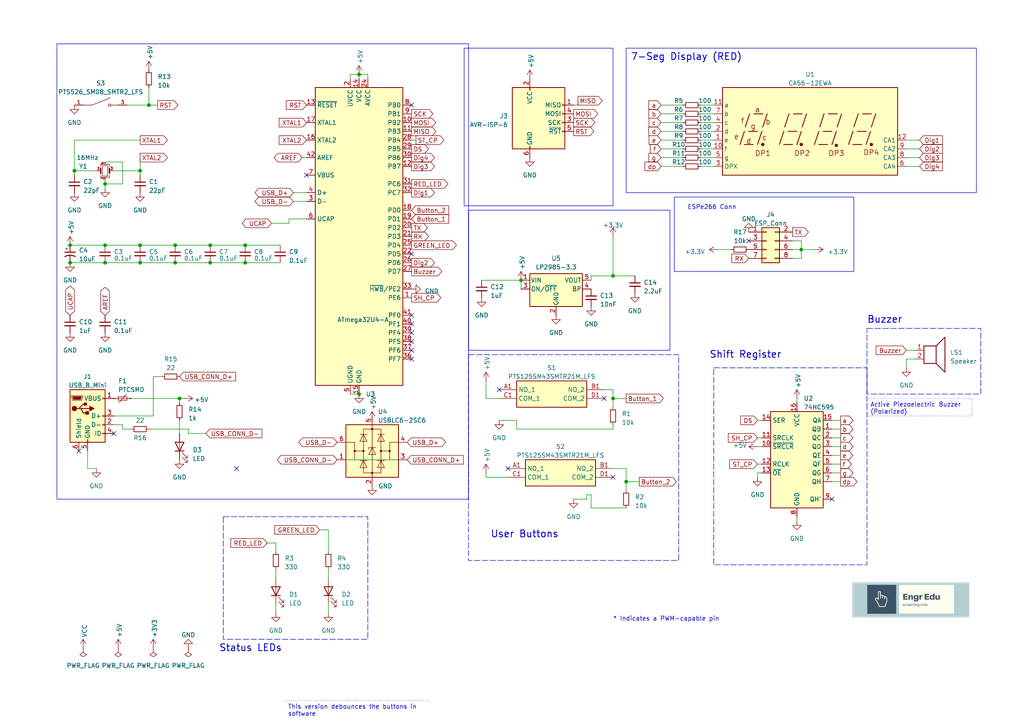
<source format=kicad_sch>
(kicad_sch (version 20230121) (generator eeschema)
  (paper "A4")
  (title_block (title "Arduino Uno Shield") (date "2023-03-22") (rev "1.0"))
  (junction (at 71.12 71.12))
  (junction (at 50.8 76.2))
  (junction (at 21.59 49.53))
  (junction (at 30.48 76.2))
  (junction (at 60.96 71.12))
  (junction (at 30.48 71.12))
  (junction (at 232.41 72.39))
  (junction (at 50.8 71.12))
  (junction (at 60.96 76.2))
  (junction (at 181.61 139.7))
  (junction (at 104.14 114.3))
  (junction (at 40.64 49.53))
  (junction (at 40.64 76.2))
  (junction (at 40.64 71.12))
  (junction (at 71.12 76.2))
  (junction (at 20.32 76.2))
  (junction (at 104.14 21.59))
  (junction (at 151.13 81.28))
  (junction (at 43.18 30.48))
  (junction (at 30.48 53.34))
  (junction (at 20.32 71.12))
  (junction (at 52.07 115.57))
  (junction (at 177.8 80.01))
  (junction (at 177.8 115.57))
  (no_connect (at 119.38 93.98))
  (no_connect (at 175.26 115.57))
  (no_connect (at 241.3 144.78))
  (no_connect (at 119.38 96.52))
  (no_connect (at 144.78 113.03))
  (no_connect (at 217.17 69.85))
  (no_connect (at 22.86 130.81))
  (no_connect (at 119.38 91.44))
  (no_connect (at 119.38 73.66))
  (no_connect (at 88.9 50.8))
  (no_connect (at 147.32 135.89))
  (no_connect (at 119.38 101.6))
  (no_connect (at 119.38 99.06))
  (no_connect (at 68.58 135.89))
  (no_connect (at 119.38 104.14))
  (no_connect (at 177.8 138.43))
  (no_connect (at 33.02 125.73))
  (no_connect (at 119.38 30.48))
  (wire (pts (xy 171.45 80.01) (xy 171.45 81.28)))
  (wire (pts (xy 44.45 120.65) (xy 44.45 109.22)))
  (wire (pts (xy 177.8 68.58) (xy 177.8 80.01)))
  (wire (pts (xy 231.14 149.86) (xy 231.14 151.13)))
  (wire (pts (xy 175.26 113.03) (xy 177.8 113.03)))
  (wire (pts (xy 181.61 139.7) (xy 181.61 142.24)))
  (wire (pts (xy 203.2 35.56) (xy 207.01 35.56)))
  (wire (pts (xy 181.61 135.89) (xy 181.61 139.7)))
  (wire (pts (xy 35.56 123.19) (xy 35.56 124.46)))
  (wire (pts (xy 20.32 76.2) (xy 30.48 76.2)))
  (wire (pts (xy 21.59 40.64) (xy 40.64 40.64)))
  (wire (pts (xy 30.48 53.34) (xy 30.48 52.07)))
  (wire (pts (xy 262.89 104.14) (xy 262.89 106.68)))
  (wire (pts (xy 71.12 76.2) (xy 81.28 76.2)))
  (wire (pts (xy 241.3 121.92) (xy 243.84 121.92)))
  (wire (pts (xy 232.41 72.39) (xy 232.41 74.93)))
  (wire (pts (xy 50.8 71.12) (xy 60.96 71.12)))
  (wire (pts (xy 181.61 139.7) (xy 185.42 139.7)))
  (wire (pts (xy 104.14 21.59) (xy 104.14 22.86)))
  (wire (pts (xy 144.78 115.57) (xy 140.97 115.57)))
  (wire (pts (xy 177.8 115.57) (xy 177.8 118.11)))
  (wire (pts (xy 80.01 165.1) (xy 80.01 167.64)))
  (wire (pts (xy 27.94 135.89) (xy 25.4 135.89)))
  (wire (pts (xy 151.13 83.82) (xy 151.13 81.28)))
  (wire (pts (xy 38.1 115.57) (xy 52.07 115.57)))
  (wire (pts (xy 106.68 22.86) (xy 106.68 21.59)))
  (wire (pts (xy 60.96 71.12) (xy 71.12 71.12)))
  (wire (pts (xy 219.71 127) (xy 220.98 127)))
  (wire (pts (xy 118.11 133.35) (xy 97.79 133.35)))
  (wire (pts (xy 177.8 113.03) (xy 177.8 115.57)))
  (wire (pts (xy 177.8 80.01) (xy 171.45 80.01)))
  (wire (pts (xy 85.09 58.42) (xy 88.9 58.42)))
  (wire (pts (xy 52.07 116.84) (xy 52.07 115.57)))
  (wire (pts (xy 107.95 120.65) (xy 107.95 121.92)))
  (wire (pts (xy 83.82 64.77) (xy 83.82 63.5)))
  (wire (pts (xy 21.59 49.53) (xy 21.59 50.8)))
  (wire (pts (xy 191.77 35.56) (xy 198.12 35.56)))
  (wire (pts (xy 262.89 101.6) (xy 265.43 101.6)))
  (wire (pts (xy 171.45 143.51) (xy 170.18 143.51)))
  (wire (pts (xy 262.89 43.18) (xy 266.7 43.18)))
  (wire (pts (xy 21.59 49.53) (xy 21.59 40.64)))
  (wire (pts (xy 95.25 153.67) (xy 95.25 160.02)))
  (wire (pts (xy 191.77 33.02) (xy 198.12 33.02)))
  (wire (pts (xy 36.83 30.48) (xy 43.18 30.48)))
  (wire (pts (xy 101.6 114.3) (xy 104.14 114.3)))
  (wire (pts (xy 27.94 49.53) (xy 21.59 49.53)))
  (wire (pts (xy 220.98 137.16) (xy 219.71 137.16)))
  (wire (pts (xy 170.18 144.78) (xy 166.37 144.78)))
  (wire (pts (xy 184.15 80.01) (xy 177.8 80.01)))
  (wire (pts (xy 120.65 40.64) (xy 119.38 40.64)))
  (wire (pts (xy 170.18 143.51) (xy 170.18 144.78)))
  (wire (pts (xy 95.25 165.1) (xy 95.25 167.64)))
  (wire (pts (xy 191.77 40.64) (xy 198.12 40.64)))
  (wire (pts (xy 231.14 115.57) (xy 231.14 116.84)))
  (wire (pts (xy 43.18 124.46) (xy 54.61 124.46)))
  (wire (pts (xy 92.71 153.67) (xy 95.25 153.67)))
  (wire (pts (xy 35.56 46.99) (xy 35.56 53.34)))
  (wire (pts (xy 30.48 46.99) (xy 35.56 46.99)))
  (wire (pts (xy 33.02 120.65) (xy 44.45 120.65)))
  (wire (pts (xy 25.4 135.89) (xy 25.4 130.81)))
  (wire (pts (xy 191.77 43.18) (xy 198.12 43.18)))
  (wire (pts (xy 219.71 121.92) (xy 220.98 121.92)))
  (wire (pts (xy 203.2 30.48) (xy 207.01 30.48)))
  (wire (pts (xy 54.61 124.46) (xy 54.61 125.73)))
  (wire (pts (xy 177.8 115.57) (xy 181.61 115.57)))
  (wire (pts (xy 229.87 72.39) (xy 232.41 72.39)))
  (wire (pts (xy 60.96 76.2) (xy 71.12 76.2)))
  (wire (pts (xy 54.61 125.73) (xy 59.69 125.73)))
  (wire (pts (xy 95.25 175.26) (xy 95.25 177.8)))
  (wire (pts (xy 241.3 134.62) (xy 243.84 134.62)))
  (wire (pts (xy 262.89 45.72) (xy 266.7 45.72)))
  (wire (pts (xy 219.71 129.54) (xy 220.98 129.54)))
  (wire (pts (xy 203.2 38.1) (xy 207.01 38.1)))
  (wire (pts (xy 83.82 63.5) (xy 88.9 63.5)))
  (wire (pts (xy 139.7 81.28) (xy 151.13 81.28)))
  (wire (pts (xy 101.6 21.59) (xy 104.14 21.59)))
  (wire (pts (xy 191.77 48.26) (xy 198.12 48.26)))
  (wire (pts (xy 265.43 104.14) (xy 262.89 104.14)))
  (wire (pts (xy 43.18 30.48) (xy 45.72 30.48)))
  (wire (pts (xy 44.45 109.22) (xy 46.99 109.22)))
  (wire (pts (xy 149.86 121.92) (xy 144.78 121.92)))
  (wire (pts (xy 33.02 123.19) (xy 35.56 123.19)))
  (wire (pts (xy 167.64 30.48) (xy 166.37 30.48)))
  (wire (pts (xy 208.28 72.39) (xy 212.09 72.39)))
  (wire (pts (xy 236.22 72.39) (xy 232.41 72.39)))
  (wire (pts (xy 167.64 30.48) (xy 167.64 29.21)))
  (wire (pts (xy 43.18 25.4) (xy 43.18 30.48)))
  (wire (pts (xy 219.71 137.16) (xy 219.71 138.43)))
  (wire (pts (xy 203.2 45.72) (xy 207.01 45.72)))
  (wire (pts (xy 177.8 124.46) (xy 177.8 123.19)))
  (wire (pts (xy 241.3 127) (xy 243.84 127)))
  (wire (pts (xy 203.2 33.02) (xy 207.01 33.02)))
  (wire (pts (xy 191.77 38.1) (xy 198.12 38.1)))
  (wire (pts (xy 232.41 69.85) (xy 232.41 72.39)))
  (wire (pts (xy 203.2 43.18) (xy 207.01 43.18)))
  (wire (pts (xy 177.8 135.89) (xy 181.61 135.89)))
  (wire (pts (xy 40.64 71.12) (xy 50.8 71.12)))
  (wire (pts (xy 149.86 124.46) (xy 149.86 121.92)))
  (wire (pts (xy 40.64 76.2) (xy 50.8 76.2)))
  (wire (pts (xy 241.3 129.54) (xy 243.84 129.54)))
  (wire (pts (xy 171.45 147.32) (xy 181.61 147.32)))
  (wire (pts (xy 78.74 64.77) (xy 83.82 64.77)))
  (wire (pts (xy 262.89 48.26) (xy 266.7 48.26)))
  (wire (pts (xy 241.3 132.08) (xy 243.84 132.08)))
  (wire (pts (xy 40.64 49.53) (xy 40.64 50.8)))
  (wire (pts (xy 140.97 115.57) (xy 140.97 110.49)))
  (wire (pts (xy 106.68 21.59) (xy 104.14 21.59)))
  (wire (pts (xy 241.3 124.46) (xy 243.84 124.46)))
  (wire (pts (xy 50.8 76.2) (xy 60.96 76.2)))
  (wire (pts (xy 232.41 74.93) (xy 229.87 74.93)))
  (wire (pts (xy 229.87 69.85) (xy 232.41 69.85)))
  (wire (pts (xy 171.45 147.32) (xy 171.45 143.51)))
  (wire (pts (xy 40.64 45.72) (xy 40.64 49.53)))
  (wire (pts (xy 191.77 30.48) (xy 198.12 30.48)))
  (wire (pts (xy 191.77 45.72) (xy 198.12 45.72)))
  (wire (pts (xy 53.34 115.57) (xy 52.07 115.57)))
  (wire (pts (xy 30.48 53.34) (xy 30.48 54.61)))
  (wire (pts (xy 80.01 157.48) (xy 80.01 160.02)))
  (wire (pts (xy 80.01 175.26) (xy 80.01 177.8)))
  (wire (pts (xy 71.12 71.12) (xy 81.28 71.12)))
  (wire (pts (xy 35.56 124.46) (xy 38.1 124.46)))
  (wire (pts (xy 140.97 138.43) (xy 140.97 137.16)))
  (wire (pts (xy 35.56 53.34) (xy 30.48 53.34)))
  (wire (pts (xy 149.86 124.46) (xy 177.8 124.46)))
  (wire (pts (xy 52.07 121.92) (xy 52.07 125.73)))
  (wire (pts (xy 30.48 71.12) (xy 40.64 71.12)))
  (wire (pts (xy 33.02 49.53) (xy 40.64 49.53)))
  (wire (pts (xy 101.6 22.86) (xy 101.6 21.59)))
  (wire (pts (xy 203.2 40.64) (xy 207.01 40.64)))
  (wire (pts (xy 241.3 139.7) (xy 243.84 139.7)))
  (wire (pts (xy 85.09 55.88) (xy 88.9 55.88)))
  (wire (pts (xy 20.32 71.12) (xy 30.48 71.12)))
  (wire (pts (xy 30.48 76.2) (xy 40.64 76.2)))
  (wire (pts (xy 262.89 40.64) (xy 266.7 40.64)))
  (wire (pts (xy 147.32 138.43) (xy 140.97 138.43)))
  (wire (pts (xy 219.71 134.62) (xy 220.98 134.62)))
  (wire (pts (xy 87.63 45.72) (xy 88.9 45.72)))
  (wire (pts (xy 77.47 157.48) (xy 80.01 157.48)))
  (wire (pts (xy 241.3 137.16) (xy 243.84 137.16)))
  (wire (pts (xy 203.2 48.26) (xy 207.01 48.26)))
  (rectangle (start 135.89 60.96) (end 194.31 101.6))
  (rectangle (start 195.58 57.15) (end 247.65 78.74))
  (rectangle (start 283.21 55.88) (end 181.61 13.97))
  (rectangle (start 64.77 149.86) (end 106.68 185.42) (stroke (width 0) (type dash)))
  (rectangle (start 15.24 17.78) (end 15.24 17.78))
  (rectangle (start 251.46 95.25) (end 284.48 114.3) (stroke (width 0) (type dash)))
  (rectangle (start 135.89 102.87) (end 196.85 162.56) (stroke (width 0) (type dash)))
  (rectangle (start 134.62 13.97) (end 177.8 59.69))
  (rectangle (start 207.01 106.68) (end 251.46 163.83) (stroke (width 0) (type dash)))
  (rectangle (start 16.51 12.7) (end 135.89 144.78))
  (image (at 264.16 173.99) (scale 0.800628))
  (text_box "Active Piezoelectric Buzzer (Polarized)" (at 251.46 115.57 0) (size 30.48 5.08) (stroke (width 0) (type dot)) (effects (font (size 1.27 1.27)) (justify left top)))
  (text_box "This version debounces the buttons in software" (at 82.55 203.2 0) (size 41.91 0) (stroke (width 0) (type dot)) (effects (font (size 1.27 1.27)) (justify left top)))
  (text "Shift Register" (at 205.74 104.14 0) (effects (font (size 2 2) (thickness 0.254) bold) (justify left bottom)))
  (text "ESPe266 Conn" (at 199.39 60.96 0) (effects (font (size 1.27 1.27)) (justify left bottom)))
  (text "Status LEDs" (at 63.5 189.23 0) (effects (font (size 2 2) (thickness 0.254) bold) (justify left bottom)))
  (text "User Buttons" (at 142.24 156.21 0) (effects (font (size 2 2) (thickness 0.254) bold) (justify left bottom)))
  (text "Buzzer" (at 251.46 93.98 0) (effects (font (size 2 2) (thickness 0.254) bold) (justify left bottom)))
  (text "* Indicates a PWM-capable pin" (at 177.8 180.34 0) (effects (font (size 1.27 1.27)) (justify left bottom)))
  (text "7-Seg Display (RED)" (at 182.88 17.78 0) (effects (font (size 2 2) (thickness 0.254) bold) (justify left bottom)))
  (global_label "TX" (shape output) (at 119.38 66.04 0) (property "Intersheetrefs" "${INTERSHEET_REFS}" (effects hide)))
  (global_label "MISO" (shape output) (at 167.64 29.21 0) (property "Intersheetrefs" "${INTERSHEET_REFS}" (effects hide)))
  (global_label "e" (shape output) (at 243.84 132.08 0) (property "Intersheetrefs" "${INTERSHEET_REFS}" (effects hide)))
  (global_label "Button_1" (shape output) (at 181.61 115.57 0) (property "Intersheetrefs" "${INTERSHEET_REFS}" (effects hide)))
  (global_label "RST" (shape output) (at 45.72 30.48 0) (property "Intersheetrefs" "${INTERSHEET_REFS}" (effects hide)))
  (global_label "Button_1" (shape input) (at 119.38 63.5 0) (property "Intersheetrefs" "${INTERSHEET_REFS}" (effects hide)))
  (global_label "USB_CONN_D-" (shape input) (at 59.69 125.73 0) (property "Intersheetrefs" "${INTERSHEET_REFS}" (effects hide)))
  (global_label "SCK" (shape output) (at 166.37 35.56 0) (property "Intersheetrefs" "${INTERSHEET_REFS}" (effects hide)))
  (global_label "XTAL2" (shape input) (at 88.9 40.64 180) (property "Intersheetrefs" "${INTERSHEET_REFS}" (effects hide)))
  (global_label "g" (shape output) (at 243.84 137.16 0) (property "Intersheetrefs" "${INTERSHEET_REFS}" (effects hide)))
  (global_label "dp" (shape output) (at 243.84 139.7 0) (property "Intersheetrefs" "${INTERSHEET_REFS}" (effects hide)))
  (global_label "TX" (shape output) (at 229.87 67.31 0) (property "Intersheetrefs" "${INTERSHEET_REFS}" (effects hide)))
  (global_label "RST" (shape output) (at 166.37 38.1 0) (property "Intersheetrefs" "${INTERSHEET_REFS}" (effects hide)))
  (global_label "SCK" (shape output) (at 119.38 33.02 0) (property "Intersheetrefs" "${INTERSHEET_REFS}" (effects hide)))
  (global_label "USB_D+" (shape bidirectional) (at 118.11 128.27 0) (property "Intersheetrefs" "${INTERSHEET_REFS}" (effects hide)))
  (global_label "ST_CP" (shape output) (at 120.65 40.64 0) (property "Intersheetrefs" "${INTERSHEET_REFS}" (effects hide)))
  (global_label "b" (shape input) (at 191.77 33.02 180) (property "Intersheetrefs" "${INTERSHEET_REFS}" (effects hide)))
  (global_label "USB_D-" (shape bidirectional) (at 97.79 128.27 180) (property "Intersheetrefs" "${INTERSHEET_REFS}" (effects hide)))
  (global_label "f" (shape output) (at 243.84 134.62 0) (property "Intersheetrefs" "${INTERSHEET_REFS}" (effects hide)))
  (global_label "ST_CP" (shape input) (at 219.71 134.62 180) (property "Intersheetrefs" "${INTERSHEET_REFS}" (effects hide)))
  (global_label "d" (shape input) (at 191.77 38.1 180) (property "Intersheetrefs" "${INTERSHEET_REFS}" (effects hide)))
  (global_label "USB_CONN_D+" (shape input) (at 118.11 133.35 0) (property "Intersheetrefs" "${INTERSHEET_REFS}" (effects hide)))
  (global_label "UCAP" (shape bidirectional) (at 20.32 91.44 90) (property "Intersheetrefs" "${INTERSHEET_REFS}" (effects hide)))
  (global_label "a" (shape input) (at 191.77 30.48 180) (property "Intersheetrefs" "${INTERSHEET_REFS}" (effects hide)))
  (global_label "RX" (shape input) (at 217.17 74.93 180) (property "Intersheetrefs" "${INTERSHEET_REFS}" (effects hide)))
  (global_label "USB_CONN_D+" (shape input) (at 52.07 109.22 0) (property "Intersheetrefs" "${INTERSHEET_REFS}" (effects hide)))
  (global_label "USB_CONN_D-" (shape bidirectional) (at 97.79 133.35 180) (property "Intersheetrefs" "${INTERSHEET_REFS}" (effects hide)))
  (global_label "c" (shape output) (at 243.84 127 0) (property "Intersheetrefs" "${INTERSHEET_REFS}" (effects hide)))
  (global_label "Dig1" (shape output) (at 119.38 55.88 0) (property "Intersheetrefs" "${INTERSHEET_REFS}" (effects hide)))
  (global_label "XTAL2" (shape output) (at 40.64 45.72 0) (property "Intersheetrefs" "${INTERSHEET_REFS}" (effects hide)))
  (global_label "Buzzer" (shape output) (at 119.38 78.74 0) (property "Intersheetrefs" "${INTERSHEET_REFS}" (effects hide)))
  (global_label "g" (shape input) (at 191.77 45.72 180) (property "Intersheetrefs" "${INTERSHEET_REFS}" (effects hide)))
  (global_label "Button_2" (shape input) (at 119.38 60.96 0) (property "Intersheetrefs" "${INTERSHEET_REFS}" (effects hide)))
  (global_label "Dig1" (shape input) (at 266.7 40.64 0) (property "Intersheetrefs" "${INTERSHEET_REFS}" (effects hide)))
  (global_label "Dig4" (shape output) (at 119.38 45.72 0) (property "Intersheetrefs" "${INTERSHEET_REFS}" (effects hide)))
  (global_label "USB_D+" (shape bidirectional) (at 85.09 55.88 180) (property "Intersheetrefs" "${INTERSHEET_REFS}" (effects hide)))
  (global_label "GREEN_LED" (shape input) (at 92.71 153.67 180) (property "Intersheetrefs" "${INTERSHEET_REFS}" (effects hide)))
  (global_label "a" (shape output) (at 243.84 121.92 0) (property "Intersheetrefs" "${INTERSHEET_REFS}" (effects hide)))
  (global_label "SH_CP" (shape output) (at 119.38 86.36 0) (property "Intersheetrefs" "${INTERSHEET_REFS}" (effects hide)))
  (global_label "MISO" (shape output) (at 119.38 38.1 0) (property "Intersheetrefs" "${INTERSHEET_REFS}" (effects hide)))
  (global_label "Dig2" (shape input) (at 266.7 43.18 0) (property "Intersheetrefs" "${INTERSHEET_REFS}" (effects hide)))
  (global_label "Dig3" (shape output) (at 119.38 48.26 0) (property "Intersheetrefs" "${INTERSHEET_REFS}" (effects hide)))
  (global_label "DS" (shape input) (at 219.71 121.92 180) (property "Intersheetrefs" "${INTERSHEET_REFS}" (effects hide)))
  (global_label "SH_CP" (shape input) (at 219.71 127 180) (property "Intersheetrefs" "${INTERSHEET_REFS}" (effects hide)))
  (global_label "Button_2" (shape output) (at 185.42 139.7 0) (property "Intersheetrefs" "${INTERSHEET_REFS}" (effects hide)))
  (global_label "Dig4" (shape input) (at 266.7 48.26 0) (property "Intersheetrefs" "${INTERSHEET_REFS}" (effects hide)))
  (global_label "UCAP" (shape bidirectional) (at 78.74 64.77 180) (property "Intersheetrefs" "${INTERSHEET_REFS}" (effects hide)))
  (global_label "RX" (shape output) (at 119.38 68.58 0) (property "Intersheetrefs" "${INTERSHEET_REFS}" (effects hide)))
  (global_label "AREF" (shape bidirectional) (at 87.63 45.72 180) (property "Intersheetrefs" "${INTERSHEET_REFS}" (effects hide)))
  (global_label "MOSI" (shape output) (at 119.38 35.56 0) (property "Intersheetrefs" "${INTERSHEET_REFS}" (effects hide)))
  (global_label "c" (shape input) (at 191.77 35.56 180) (property "Intersheetrefs" "${INTERSHEET_REFS}" (effects hide)))
  (global_label "Dig2" (shape output) (at 119.38 76.2 0) (property "Intersheetrefs" "${INTERSHEET_REFS}" (effects hide)))
  (global_label "MOSI" (shape output) (at 166.37 33.02 0) (property "Intersheetrefs" "${INTERSHEET_REFS}" (effects hide)))
  (global_label "dp" (shape input) (at 191.77 48.26 180) (property "Intersheetrefs" "${INTERSHEET_REFS}" (effects hide)))
  (global_label "XTAL1" (shape output) (at 40.64 40.64 0) (property "Intersheetrefs" "${INTERSHEET_REFS}" (effects hide)))
  (global_label "AREF" (shape bidirectional) (at 30.48 91.44 90) (property "Intersheetrefs" "${INTERSHEET_REFS}" (effects hide)))
  (global_label "RST" (shape input) (at 88.9 30.48 180) (property "Intersheetrefs" "${INTERSHEET_REFS}" (effects hide)))
  (global_label "Dig3" (shape input) (at 266.7 45.72 0) (property "Intersheetrefs" "${INTERSHEET_REFS}" (effects hide)))
  (global_label "Buzzer" (shape input) (at 262.89 101.6 180) (property "Intersheetrefs" "${INTERSHEET_REFS}" (effects hide)))
  (global_label "RED_LED" (shape output) (at 119.38 53.34 0) (property "Intersheetrefs" "${INTERSHEET_REFS}" (effects hide)))
  (global_label "d" (shape output) (at 243.84 129.54 0) (property "Intersheetrefs" "${INTERSHEET_REFS}" (effects hide)))
  (global_label "XTAL1" (shape input) (at 88.9 35.56 180) (property "Intersheetrefs" "${INTERSHEET_REFS}" (effects hide)))
  (global_label "e" (shape input) (at 191.77 40.64 180) (property "Intersheetrefs" "${INTERSHEET_REFS}" (effects hide)))
  (global_label "DS" (shape output) (at 119.38 43.18 0) (property "Intersheetrefs" "${INTERSHEET_REFS}" (effects hide)))
  (global_label "GREEN_LED" (shape output) (at 119.38 71.12 0) (property "Intersheetrefs" "${INTERSHEET_REFS}" (effects hide)))
  (global_label "f" (shape input) (at 191.77 43.18 180) (property "Intersheetrefs" "${INTERSHEET_REFS}" (effects hide)))
  (global_label "b" (shape output) (at 243.84 124.46 0) (property "Intersheetrefs" "${INTERSHEET_REFS}" (effects hide)))
  (global_label "RED_LED" (shape input) (at 77.47 157.48 180) (property "Intersheetrefs" "${INTERSHEET_REFS}" (effects hide)))
  (global_label "USB_D-" (shape bidirectional) (at 85.09 58.42 180) (property "Intersheetrefs" "${INTERSHEET_REFS}" (effects hide)))
  (symbol (lib_id "power:GND") (at 21.59 30.48 0) (unit 1)
    (property "Reference" "#PWR01" (effects hide))
    (property "Value" "GND" (at 21.59 35.56 0))
  )
  (symbol (lib_id "power:+5V") (at 140.97 137.16 0) (unit 1)
    (property "Reference" "#PWR014" (effects hide))
    (property "Value" "+5V" (at 141.3256 134.112 90) (effects (justify left)))
  )
  (symbol (lib_name "GND_4") (lib_id "power:GND") (at 54.61 187.96 180) (unit 1)
    (property "Reference" "#PWR019" (effects hide))
    (property "Value" "GND" (at 54.61 184.15 0))
  )
  (symbol (lib_id "PTS526_SMD_Button:PTS526_SM08_SMTR2_LFS") (at 29.21 30.48 0) (unit 1)
    (property "Reference" "S3" (at 29.21 24.13 0))
    (property "Value" "PTS526_SM08_SMTR2_LFS" (at 29.21 26.67 0))
    (property "Footprint" "PTS526_SMD_Button:PTS526_SMD_Button" (effects hide))
    (property "STANDARD" "Manufacturer Recommendations" (effects hide))
    (property "MANUFACTURER" "C&K" (effects hide))
    (property "PARTREV" "20 mar 19" (effects hide))
    (property "MAXIMUM_PACKAGE_HEIGHT" "0.95mm" (effects hide))
  )
  (symbol (lib_id "74xx:74HC595") (at 231.14 132.08 0) (unit 1)
    (property "Reference" "U2" (at 233.0959 115.57 0) (effects (justify left)))
    (property "Value" "74HC595" (at 233.0959 118.11 0) (effects (justify left)))
    (property "Footprint" "Package_SO:TSSOP-16_4.4x5mm_P0.65mm" (effects hide))
    (property "Datasheet" "http://www.ti.com/lit/ds/symlink/sn74hc595.pdf" (effects hide))
  )
  (symbol (lib_id "power:PWR_FLAG") (at 24.13 187.96 180) (unit 1)
    (property "Reference" "#FLG01" (effects hide))
    (property "Value" "PWR_FLAG" (at 24.13 193.04 0))
  )
  (symbol (lib_id "power:PWR_FLAG") (at 44.45 187.96 180) (unit 1)
    (property "Reference" "#FLG03" (effects hide))
    (property "Value" "PWR_FLAG" (at 44.45 193.04 0))
  )
  (symbol (lib_id "Device:LED") (at 80.01 171.45 90) (unit 1)
    (property "Reference" "D1" (at 83.82 172.4025 90) (effects (justify right)))
    (property "Value" "LED" (at 83.82 174.9425 90) (effects (justify right)))
    (property "Footprint" "LED_SMD:LED_0805_2012Metric" (effects hide))
  )
  (symbol (lib_id "PTS125_SMD_Button:PTS125SM43SMTR21M_LFS") (at 147.32 135.89 0) (unit 1)
    (property "Reference" "S2" (at 162.56 129.54 0))
    (property "Value" "PTS125SM43SMTR21M_LFS" (at 162.56 132.08 0))
    (property "Footprint" "PTS125_SMD_Button:PTS125_SMD_Button" (effects hide))
    (property "Datasheet" "https://www.ckswitches.com/media/1462/pts125.pdf" (effects hide))
    (property "Height" "4.3" (effects hide))
    (property "Manufacturer_Name" "C & K COMPONENTS" (effects hide))
    (property "Manufacturer_Part_Number" "PTS125SM43SMTR21M LFS" (effects hide))
    (property "Mouser Part Number" "611-PTS125S43SMTRLFS" (effects hide))
    (property "Mouser Price/Stock" "https://www.mouser.co.uk/ProductDetail/CK/PTS125SM43SMTR21M-LFS?qs=t7xnP681wgUNXpRGJY2Vkw%3D%3D" (effects hide))
  )
  (symbol (lib_id "power:GND") (at 20.32 76.2 0) (unit 1)
    (property "Reference" "#PWR023" (effects hide))
    (property "Value" "GND" (at 20.32 81.28 0))
  )
  (symbol (lib_id "power:GND") (at 27.94 135.89 0) (unit 1)
    (property "Reference" "#PWR027" (effects hide))
    (property "Value" "GND" (at 27.94 140.97 0))
  )
  (symbol (lib_id "Device:C_Small") (at 20.32 93.98 0) (unit 1)
    (property "Reference" "C10" (at 22.86 93.3513 0) (effects (justify left)))
    (property "Value" "1uF" (at 22.86 95.8913 0) (effects (justify left)))
    (property "Footprint" "Capacitor_SMD:C_0603_1608Metric" (effects hide))
  )
  (symbol (lib_id "power:+3V3") (at 44.45 187.96 0) (unit 1)
    (property "Reference" "#PWR018" (effects hide))
    (property "Value" "+3.3V" (at 44.831 184.912 90) (effects (justify left)))
  )
  (symbol (lib_id "power:+5V") (at 107.95 121.92 0) (unit 1)
    (property "Reference" "#PWR030" (effects hide))
    (property "Value" "+5V" (at 108.3056 118.872 90) (effects (justify left)))
  )
  (symbol (lib_id "Device:C_Small") (at 171.45 86.36 0) (unit 1)
    (property "Reference" "C13" (at 173.99 85.7313 0) (effects (justify left)))
    (property "Value" "10nF" (at 173.99 88.2713 0) (effects (justify left)))
    (property "Footprint" "Capacitor_SMD:C_0603_1608Metric" (effects hide))
  )
  (symbol (lib_id "Device:R_Small") (at 43.18 22.86 0) (unit 1)
    (property "Reference" "R13" (at 45.72 22.225 0) (effects (justify left)))
    (property "Value" "10k" (at 45.72 24.765 0) (effects (justify left)))
    (property "Footprint" "Resistor_SMD:R_0603_1608Metric" (effects hide))
  )
  (symbol (lib_id "Device:C_Small") (at 21.59 53.34 0) (unit 1)
    (property "Reference" "C2" (at 24.13 52.7113 0) (effects (justify left)))
    (property "Value" "22pF" (at 24.13 55.2513 0) (effects (justify left)))
    (property "Footprint" "Capacitor_SMD:C_0603_1608Metric" (effects hide))
  )
  (symbol (lib_id "power:GND") (at 52.07 133.35 0) (unit 1)
    (property "Reference" "#PWR029" (effects hide))
    (property "Value" "GND" (at 52.07 138.43 0))
  )
  (symbol (lib_id "Device:R_Small") (at 200.66 38.1 90) (unit 1)
    (property "Reference" "R8" (at 196.85 36.83 90))
    (property "Value" "100" (at 204.47 36.83 90))
    (property "Footprint" "Resistor_SMD:R_0805_2012Metric" (effects hide))
  )
  (symbol (lib_id "power:+5V") (at 231.14 115.57 0) (unit 1)
    (property "Reference" "#PWR07" (effects hide))
    (property "Value" "+5V" (at 231.4956 112.522 90) (effects (justify left)))
  )
  (symbol (lib_id "power:GND") (at 107.95 140.97 0) (unit 1)
    (property "Reference" "#PWR031" (effects hide))
    (property "Value" "GND" (at 111.76 140.97 0))
  )
  (symbol (lib_id "power:GND") (at 153.67 45.72 0) (unit 1)
    (property "Reference" "#PWR033" (effects hide))
    (property "Value" "GND" (at 153.67 50.8 0))
  )
  (symbol (lib_id "power:+5V") (at 153.67 22.86 0) (unit 1)
    (property "Reference" "#PWR032" (effects hide))
    (property "Value" "+5V" (at 154.0256 19.812 90) (effects (justify left)))
  )
  (symbol (lib_id "Device:LED") (at 52.07 129.54 90) (unit 1)
    (property "Reference" "D3" (at 55.88 130.4925 90) (effects (justify right)))
    (property "Value" "LED" (at 55.88 133.0325 90) (effects (justify right)))
    (property "Footprint" "LED_SMD:LED_0805_2012Metric" (effects hide))
  )
  (symbol (lib_id "power:+5V") (at 151.13 81.28 0) (unit 1)
    (property "Reference" "#PWR038" (effects hide))
    (property "Value" "+5V" (at 151.4856 78.232 90) (effects (justify left)))
  )
  (symbol (lib_id "Device:R_Small") (at 177.8 120.65 0) (unit 1)
    (property "Reference" "R1" (at 180.34 120.015 0) (effects (justify left)))
    (property "Value" "10k" (at 180.34 122.555 0) (effects (justify left)))
    (property "Footprint" "Resistor_SMD:R_0805_2012Metric" (effects hide))
  )
  (symbol (lib_id "Device:R_Small") (at 181.61 144.78 0) (unit 1)
    (property "Reference" "R2" (at 184.15 144.145 0) (effects (justify left)))
    (property "Value" "10k" (at 184.15 146.685 0) (effects (justify left)))
    (property "Footprint" "Resistor_SMD:R_0805_2012Metric" (effects hide))
  )
  (symbol (lib_id "power:+5V") (at 20.32 71.12 0) (unit 1)
    (property "Reference" "#PWR024" (effects hide))
    (property "Value" "+5V" (at 20.6756 68.072 90) (effects (justify left)))
  )
  (symbol (lib_id "power:VCC") (at 24.13 187.96 0) (unit 1)
    (property "Reference" "#PWR011" (effects hide))
    (property "Value" "VCC" (at 24.511 184.912 90) (effects (justify left)))
  )
  (symbol (lib_id "Device:R_Small") (at 200.66 35.56 90) (unit 1)
    (property "Reference" "R7" (at 196.85 34.29 90))
    (property "Value" "100" (at 204.47 34.29 90))
    (property "Footprint" "Resistor_SMD:R_0805_2012Metric" (effects hide))
  )
  (symbol (lib_id "Device:LED") (at 95.25 171.45 90) (unit 1)
    (property "Reference" "D2" (at 99.06 172.4025 90) (effects (justify right)))
    (property "Value" "LED" (at 99.06 174.9425 90) (effects (justify right)))
    (property "Footprint" "LED_SMD:LED_0805_2012Metric" (effects hide))
  )
  (symbol (lib_name "GND_1") (lib_id "power:GND") (at 139.7 86.36 0) (unit 1)
    (property "Reference" "#PWR037" (effects hide))
    (property "Value" "GND" (at 139.7 91.44 0))
  )
  (symbol (lib_name "GND_1") (lib_id "power:GND") (at 171.45 88.9 0) (unit 1)
    (property "Reference" "#PWR039" (effects hide))
    (property "Value" "GND" (at 171.45 93.98 0))
  )
  (symbol (lib_id "power:+5V") (at 53.34 115.57 270) (unit 1)
    (property "Reference" "#PWR028" (effects hide))
    (property "Value" "+5V" (at 56.388 115.9256 90) (effects (justify left)))
  )
  (symbol (lib_id "power:PWR_FLAG") (at 54.61 187.96 180) (unit 1)
    (property "Reference" "#FLG04" (effects hide))
    (property "Value" "PWR_FLAG" (at 54.61 193.04 0))
  )
  (symbol (lib_id "Device:R_Small") (at 200.66 43.18 90) (unit 1)
    (property "Reference" "R10" (at 196.85 41.91 90))
    (property "Value" "100" (at 204.47 41.91 90))
    (property "Footprint" "Resistor_SMD:R_0805_2012Metric" (effects hide))
  )
  (symbol (lib_id "power:+5V") (at 43.18 20.32 0) (unit 1)
    (property "Reference" "#PWR02" (effects hide))
    (property "Value" "+5V" (at 43.5356 17.272 90) (effects (justify left)))
  )
  (symbol (lib_id "Device:R_Small") (at 52.07 119.38 0) (unit 1)
    (property "Reference" "R14" (at 54.61 118.745 0) (effects (justify left)))
    (property "Value" "1k" (at 54.61 121.285 0) (effects (justify left)))
    (property "Footprint" "Resistor_SMD:R_0603_1608Metric" (effects hide))
  )
  (symbol (lib_id "Connector_Generic:Conn_02x04_Odd_Even") (at 222.25 69.85 0) (unit 1)
    (property "Reference" "J4" (at 223.52 62.23 0))
    (property "Value" "ESP_Conn" (at 223.52 64.77 0))
    (property "Footprint" "Connector_PinSocket_2.54mm:PinSocket_2x04_P2.54mm_Vertical" (effects hide))
  )
  (symbol (lib_id "Device:C_Polarized_Small_US") (at 20.32 73.66 0) (unit 1)
    (property "Reference" "C4" (at 22.86 72.5932 0) (effects (justify left)))
    (property "Value" "10uF" (at 22.86 75.1332 0) (effects (justify left)))
    (property "Footprint" "Capacitor_SMD:C_0603_1608Metric" (effects hide))
  )
  (symbol (lib_id "power:+3.3V") (at 177.8 68.58 0) (unit 1)
    (property "Reference" "#PWR041" (effects hide))
    (property "Value" "+3.3V" (at 177.8 65.3067 0))
  )
  (symbol (lib_id "Connector:AVR-ISP-6") (at 156.21 35.56 0) (unit 1)
    (property "Reference" "J3" (at 147.32 33.655 0) (effects (justify right)))
    (property "Value" "AVR-ISP-6" (at 147.32 36.195 0) (effects (justify right)))
    (property "Footprint" "Connector_PinHeader_2.54mm:PinHeader_2x03_P2.54mm_Vertical" (effects hide))
    (property "Datasheet" " ~" (effects hide))
  )
  (symbol (lib_id "PTS125_SMD_Button:PTS125SM43SMTR21M_LFS") (at 144.78 113.03 0) (unit 1)
    (property "Reference" "S1" (at 160.02 106.68 0))
    (property "Value" "PTS125SM43SMTR21M_LFS" (at 160.02 109.22 0))
    (property "Footprint" "PTS125_SMD_Button:PTS125_SMD_Button" (effects hide))
    (property "Datasheet" "https://www.ckswitches.com/media/1462/pts125.pdf" (effects hide))
    (property "Height" "4.3" (effects hide))
    (property "Manufacturer_Name" "C & K COMPONENTS" (effects hide))
    (property "Manufacturer_Part_Number" "PTS125SM43SMTR21M LFS" (effects hide))
    (property "Mouser Part Number" "611-PTS125S43SMTRLFS" (effects hide))
    (property "Mouser Price/Stock" "https://www.mouser.co.uk/ProductDetail/CK/PTS125SM43SMTR21M-LFS?qs=t7xnP681wgUNXpRGJY2Vkw%3D%3D" (effects hide))
  )
  (symbol (lib_id "Device:R_Small") (at 80.01 162.56 0) (unit 1)
    (property "Reference" "R3" (at 82.55 161.925 0) (effects (justify left)))
    (property "Value" "330" (at 82.55 164.465 0) (effects (justify left)))
    (property "Footprint" "Resistor_SMD:R_0603_1608Metric" (effects hide))
  )
  (symbol (lib_id "Power_Protection:USBLC6-2SC6") (at 107.95 130.81 0) (unit 1)
    (property "Reference" "U4" (at 109.6011 119.38 0) (effects (justify left)))
    (property "Value" "USBLC6-2SC6" (at 109.6011 121.92 0) (effects (justify left)))
    (property "Footprint" "Package_TO_SOT_SMD:SOT-23-6" (effects hide))
    (property "Datasheet" "https://www.st.com/resource/en/datasheet/usblc6-2.pdf" (effects hide))
  )
  (symbol (lib_name "GND_1") (lib_id "power:GND") (at 166.37 144.78 0) (unit 1)
    (property "Reference" "#PWR015" (effects hide))
    (property "Value" "GND" (at 166.37 149.86 0))
  )
  (symbol (lib_id "Device:C_Small") (at 139.7 83.82 0) (unit 1)
    (property "Reference" "C12" (at 142.24 83.1913 0) (effects (justify left)))
    (property "Value" "1uF" (at 142.24 85.7313 0) (effects (justify left)))
    (property "Footprint" "Capacitor_SMD:C_0603_1608Metric" (effects hide))
  )
  (symbol (lib_id "Device:C_Small") (at 30.48 73.66 0) (unit 1)
    (property "Reference" "C3" (at 33.02 73.0313 0) (effects (justify left)))
    (property "Value" "0.1uF" (at 33.02 74.93 0) (effects (justify left)))
    (property "Footprint" "Capacitor_SMD:C_0603_1608Metric" (effects hide))
  )
  (symbol (lib_id "Device:R_Small") (at 40.64 124.46 90) (unit 1)
    (property "Reference" "R16" (at 40.64 127 90))
    (property "Value" "22" (at 40.64 121.92 90))
    (property "Footprint" "Resistor_SMD:R_0805_2012Metric" (effects hide))
  )
  (symbol (lib_id "Device:R_Small") (at 200.66 30.48 90) (unit 1)
    (property "Reference" "R5" (at 196.85 29.21 90))
    (property "Value" "100" (at 204.47 29.21 90))
    (property "Footprint" "Resistor_SMD:R_0805_2012Metric" (effects hide))
  )
  (symbol (lib_id "Connector:USB_B_Mini") (at 25.4 120.65 0) (unit 1)
    (property "Reference" "J1" (at 25.4 109.22 0))
    (property "Value" "USB_B_Mini" (at 25.4 111.76 0))
    (property "Footprint" "Connector_USB:USB_Mini-B_Lumberg_2486_01_Horizontal" (effects hide))
  )
  (symbol (lib_id "power:GND") (at 20.32 96.52 0) (unit 1)
    (property "Reference" "#PWR026" (effects hide))
    (property "Value" "GND" (at 20.32 101.6 0))
  )
  (symbol (lib_id "power:+5V") (at 219.71 129.54 90) (unit 1)
    (property "Reference" "#PWR09" (effects hide))
    (property "Value" "+5V" (at 216.662 129.1844 90) (effects (justify left)))
  )
  (symbol (lib_id "MCU_Microchip_ATmega:ATmega32U4-A") (at 104.14 68.58 0) (unit 1)
    (property "Reference" "U3" (at 106.0959 114.3 0) (effects (justify left)))
    (property "Value" "ATmega32U4-A" (at 97.79 92.71 0) (effects (justify left)))
    (property "Footprint" "Package_QFP:TQFP-44_10x10mm_P0.8mm" (effects hide))
    (property "Datasheet" "http://ww1.microchip.com/downloads/en/DeviceDoc/Atmel-7766-8-bit-AVR-ATmega16U4-32U4_Datasheet.pdf" (effects hide))
  )
  (symbol (lib_id "power:GND") (at 40.64 55.88 0) (unit 1)
    (property "Reference" "#PWR04" (effects hide))
    (property "Value" "GND" (at 40.64 60.96 0))
  )
  (symbol (lib_id "Device:C_Small") (at 30.48 93.98 0) (unit 1)
    (property "Reference" "C11" (at 33.02 93.3513 0) (effects (justify left)))
    (property "Value" "0.1uF" (at 33.02 95.8913 0) (effects (justify left)))
    (property "Footprint" "Capacitor_SMD:C_0603_1608Metric" (effects hide))
  )
  (symbol (lib_name "GND_1") (lib_id "power:GND") (at 219.71 138.43 0) (unit 1)
    (property "Reference" "#PWR08" (effects hide))
    (property "Value" "GND" (at 219.71 143.51 0))
  )
  (symbol (lib_id "power:+5V") (at 104.14 21.59 0) (unit 1)
    (property "Reference" "#PWR022" (effects hide))
    (property "Value" "+5V" (at 104.4956 18.542 90) (effects (justify left)))
  )
  (symbol (lib_id "Device:R_Small") (at 49.53 109.22 90) (unit 1)
    (property "Reference" "R15" (at 49.53 104.14 90))
    (property "Value" "22" (at 49.53 106.68 90))
    (property "Footprint" "Resistor_SMD:R_0805_2012Metric" (effects hide))
  )
  (symbol (lib_id "Display_Character:CA56-12EWA") (at 234.95 38.1 0) (unit 1)
    (property "Reference" "U1" (at 234.95 21.59 0))
    (property "Value" "CA56-12EWA" (at 234.95 24.13 0))
    (property "Footprint" "Display_7Segment:CA56-12EWA" (effects hide))
    (property "Datasheet" "http://cdn.sparkfun.com/datasheets/Components/LED/1LEDREDCC.pdf" (effects hide))
  )
  (symbol (lib_id "Device:C_Small") (at 40.64 73.66 0) (unit 1)
    (property "Reference" "C5" (at 43.18 73.0313 0) (effects (justify left)))
    (property "Value" "0.1uF" (at 43.18 74.93 0) (effects (justify left)))
    (property "Footprint" "Capacitor_SMD:C_0603_1608Metric" (effects hide))
  )
  (symbol (lib_id "Device:C_Small") (at 71.12 73.66 0) (unit 1)
    (property "Reference" "C8" (at 73.66 73.0313 0) (effects (justify left)))
    (property "Value" "0.1uF" (at 73.66 74.93 0) (effects (justify left)))
    (property "Footprint" "Capacitor_SMD:C_0603_1608Metric" (effects hide))
  )
  (symbol (lib_id "power:GND") (at 21.59 55.88 0) (unit 1)
    (property "Reference" "#PWR05" (effects hide))
    (property "Value" "GND" (at 21.59 60.96 0))
  )
  (symbol (lib_id "Device:C_Small") (at 40.64 53.34 0) (unit 1)
    (property "Reference" "C1" (at 43.18 52.7113 0) (effects (justify left)))
    (property "Value" "22pF" (at 43.18 55.2513 0) (effects (justify left)))
    (property "Footprint" "Capacitor_SMD:C_0603_1608Metric" (effects hide))
  )
  (symbol (lib_name "GND_2") (lib_id "power:GND") (at 95.25 177.8 0) (unit 1)
    (property "Reference" "#PWR020" (effects hide))
    (property "Value" "GND" (at 95.25 182.88 0))
  )
  (symbol (lib_id "Device:R_Small") (at 200.66 45.72 90) (unit 1)
    (property "Reference" "R11" (at 196.85 44.45 90))
    (property "Value" "100" (at 204.47 44.45 90))
    (property "Footprint" "Resistor_SMD:R_0805_2012Metric" (effects hide))
  )
  (symbol (lib_id "Device:R_Small") (at 95.25 162.56 0) (unit 1)
    (property "Reference" "R4" (at 97.79 161.925 0) (effects (justify left)))
    (property "Value" "330" (at 97.79 164.465 0) (effects (justify left)))
    (property "Footprint" "Resistor_SMD:R_0603_1608Metric" (effects hide))
  )
  (symbol (lib_name "GND_4") (lib_id "power:GND") (at 104.14 114.3 0) (unit 1)
    (property "Reference" "#PWR021" (effects hide))
    (property "Value" "GND" (at 104.14 119.38 0))
  )
  (symbol (lib_id "Device:R_Small") (at 200.66 33.02 90) (unit 1)
    (property "Reference" "R6" (at 196.85 31.75 90))
    (property "Value" "100" (at 204.47 31.75 90))
    (property "Footprint" "Resistor_SMD:R_0805_2012Metric" (effects hide))
  )
  (symbol (lib_name "GND_1") (lib_id "power:GND") (at 262.89 106.68 0) (unit 1)
    (property "Reference" "#PWR016" (effects hide))
    (property "Value" "GND" (at 262.89 111.76 0))
  )
  (symbol (lib_name "GND_1") (lib_id "power:GND") (at 119.38 83.82 90) (unit 1)
    (property "Reference" "#PWR043" (effects hide))
    (property "Value" "GND" (at 123.19 84.455 90) (effects (justify right)))
  )
  (symbol (lib_id "power:+3.3V") (at 208.28 72.39 90) (unit 1)
    (property "Reference" "#PWR035" (effects hide))
    (property "Value" "+3.3V" (at 204.47 73.025 90) (effects (justify left)))
  )
  (symbol (lib_id "Regulator_Linear:LP2985-3.3") (at 161.29 83.82 0) (unit 1)
    (property "Reference" "U5" (at 161.29 74.93 0))
    (property "Value" "LP2985-3.3" (at 161.29 77.47 0))
    (property "Footprint" "Package_TO_SOT_SMD:SOT-23-5" (effects hide))
    (property "Datasheet" "http://www.ti.com/lit/ds/symlink/lp2985.pdf" (effects hide))
  )
  (symbol (lib_name "GND_3") (lib_id "power:GND") (at 231.14 151.13 0) (unit 1)
    (property "Reference" "#PWR06" (effects hide))
    (property "Value" "GND" (at 231.14 156.21 0))
  )
  (symbol (lib_name "GND_1") (lib_id "power:GND") (at 161.29 91.44 0) (unit 1)
    (property "Reference" "#PWR040" (effects hide))
    (property "Value" "GND" (at 161.29 96.52 0))
  )
  (symbol (lib_id "power:+5V") (at 34.29 187.96 0) (unit 1)
    (property "Reference" "#PWR017" (effects hide))
    (property "Value" "+5V" (at 34.6456 184.912 90) (effects (justify left)))
  )
  (symbol (lib_id "Device:C_Small") (at 60.96 73.66 0) (unit 1)
    (property "Reference" "C7" (at 63.5 73.0313 0) (effects (justify left)))
    (property "Value" "0.1uF" (at 63.5 74.93 0) (effects (justify left)))
    (property "Footprint" "Capacitor_SMD:C_0603_1608Metric" (effects hide))
  )
  (symbol (lib_id "Device:C_Small") (at 50.8 73.66 0) (unit 1)
    (property "Reference" "C6" (at 53.34 73.0313 0) (effects (justify left)))
    (property "Value" "0.1uF" (at 53.34 74.93 0) (effects (justify left)))
    (property "Footprint" "Capacitor_SMD:C_0603_1608Metric" (effects hide))
  )
  (symbol (lib_id "power:GND") (at 30.48 96.52 0) (unit 1)
    (property "Reference" "#PWR025" (effects hide))
    (property "Value" "GND" (at 30.48 101.6 0))
  )
  (symbol (lib_id "Device:R_Small") (at 200.66 40.64 90) (unit 1)
    (property "Reference" "R9" (at 196.85 39.37 90))
    (property "Value" "100" (at 204.47 39.37 90))
    (property "Footprint" "Resistor_SMD:R_0805_2012Metric" (effects hide))
  )
  (symbol (lib_id "Device:Speaker") (at 270.51 101.6 0) (unit 1)
    (property "Reference" "LS1" (at 275.59 102.235 0) (effects (justify left)))
    (property "Value" "Speaker" (at 275.59 104.775 0) (effects (justify left)))
    (property "Footprint" "Buzzer_Beeper:Buzzer_12x9.5RM7.6" (effects hide))
    (property "Datasheet" "https://www.digikey.com/en/products/detail/cui-devices/CMI-1295IC-0585T/11674150?utm_adgroup=Alarms%2C%20Buzzers%2C%20and%20Sirens&utm_source=google&utm_medium=cpc&utm_campaign=Shopping_Product_Audio%20Products_NEW&utm_term=&utm_content=Alarms%2C%20Buzzers%2C%20and%20Sirens&gclid=CjwKCAjwzuqgBhAcEiwAdj5dRt8nz1IuytFLjx3uwWgVUeIhfTmZ3ysWix6dXCToN1KqcPwJXCrWqhoCtbEQAvD_BwE" (effects hide))
  )
  (symbol (lib_name "GND_4") (lib_id "power:GND") (at 217.17 67.31 180) (unit 1)
    (property "Reference" "#PWR034" (effects hide))
    (property "Value" "GND" (at 217.17 63.5 0))
  )
  (symbol (lib_id "Device:Crystal_GND24_Small") (at 30.48 49.53 0) (unit 1)
    (property "Reference" "Y1" (at 24.13 48.26 0))
    (property "Value" "16MHz" (at 25.4 45.72 0))
    (property "Footprint" "Crystal:Crystal_SMD_Abracon_ABM8G-4Pin_3.2x2.5mm" (effects hide))
  )
  (symbol (lib_id "power:PWR_FLAG") (at 34.29 187.96 180) (unit 1)
    (property "Reference" "#FLG02" (effects hide))
    (property "Value" "PWR_FLAG" (at 34.29 193.04 0))
  )
  (symbol (lib_id "power:+3.3V") (at 236.22 72.39 270) (unit 1)
    (property "Reference" "#PWR036" (effects hide))
    (property "Value" "+3.3V" (at 240.03 73.025 90) (effects (justify left)))
  )
  (symbol (lib_id "power:+5V") (at 140.97 110.49 0) (unit 1)
    (property "Reference" "#PWR013" (effects hide))
    (property "Value" "+5V" (at 141.3256 107.442 90) (effects (justify left)))
  )
  (symbol (lib_name "GND_1") (lib_id "power:GND") (at 80.01 177.8 0) (unit 1)
    (property "Reference" "#PWR010" (effects hide))
    (property "Value" "GND" (at 80.01 182.88 0))
  )
  (symbol (lib_id "power:GND") (at 30.48 54.61 0) (unit 1)
    (property "Reference" "#PWR03" (effects hide))
    (property "Value" "GND" (at 30.48 59.69 0))
  )
  (symbol (lib_id "Device:Polyfuse_Small") (at 35.56 115.57 90) (unit 1)
    (property "Reference" "F1" (at 35.56 110.49 90))
    (property "Value" "PTCSMD" (at 38.1 113.03 90))
    (property "Footprint" "Fuse:Fuse_1812_4532Metric" (effects hide))
  )
  (symbol (lib_id "Device:R_Small") (at 214.63 72.39 90) (unit 1)
    (property "Reference" "R17" (at 214.63 67.31 90))
    (property "Value" "10k" (at 214.63 69.85 90))
    (property "Footprint" "Resistor_SMD:R_0603_1608Metric" (effects hide))
  )
  (symbol (lib_id "Device:C_Small") (at 81.28 73.66 0) (unit 1)
    (property "Reference" "C9" (at 83.82 73.0313 0) (effects (justify left)))
    (property "Value" "0.1uF" (at 83.82 75.5713 0) (effects (justify left)))
    (property "Footprint" "Capacitor_SMD:C_0603_1608Metric" (effects hide))
  )
  (symbol (lib_id "Device:C_Small") (at 184.15 82.55 0) (unit 1)
    (property "Reference" "C14" (at 186.69 81.9213 0) (effects (justify left)))
    (property "Value" "2.2uF" (at 186.69 84.4613 0) (effects (justify left)))
    (property "Footprint" "Capacitor_SMD:C_0603_1608Metric" (effects hide))
  )
  (symbol (lib_id "Device:R_Small") (at 200.66 48.26 90) (unit 1)
    (property "Reference" "R12" (at 196.85 46.99 90))
    (property "Value" "100" (at 204.47 46.99 90))
    (property "Footprint" "Resistor_SMD:R_0805_2012Metric" (effects hide))
  )
  (symbol (lib_name "GND_1") (lib_id "power:GND") (at 144.78 121.92 0) (unit 1)
    (property "Reference" "#PWR012" (effects hide))
    (property "Value" "GND" (at 144.78 127 0))
  )
  (symbol (lib_name "GND_1") (lib_id "power:GND") (at 184.15 85.09 0) (unit 1)
    (property "Reference" "#PWR042" (effects hide))
    (property "Value" "GND" (at 184.15 90.17 0))
  )
)
</source>
